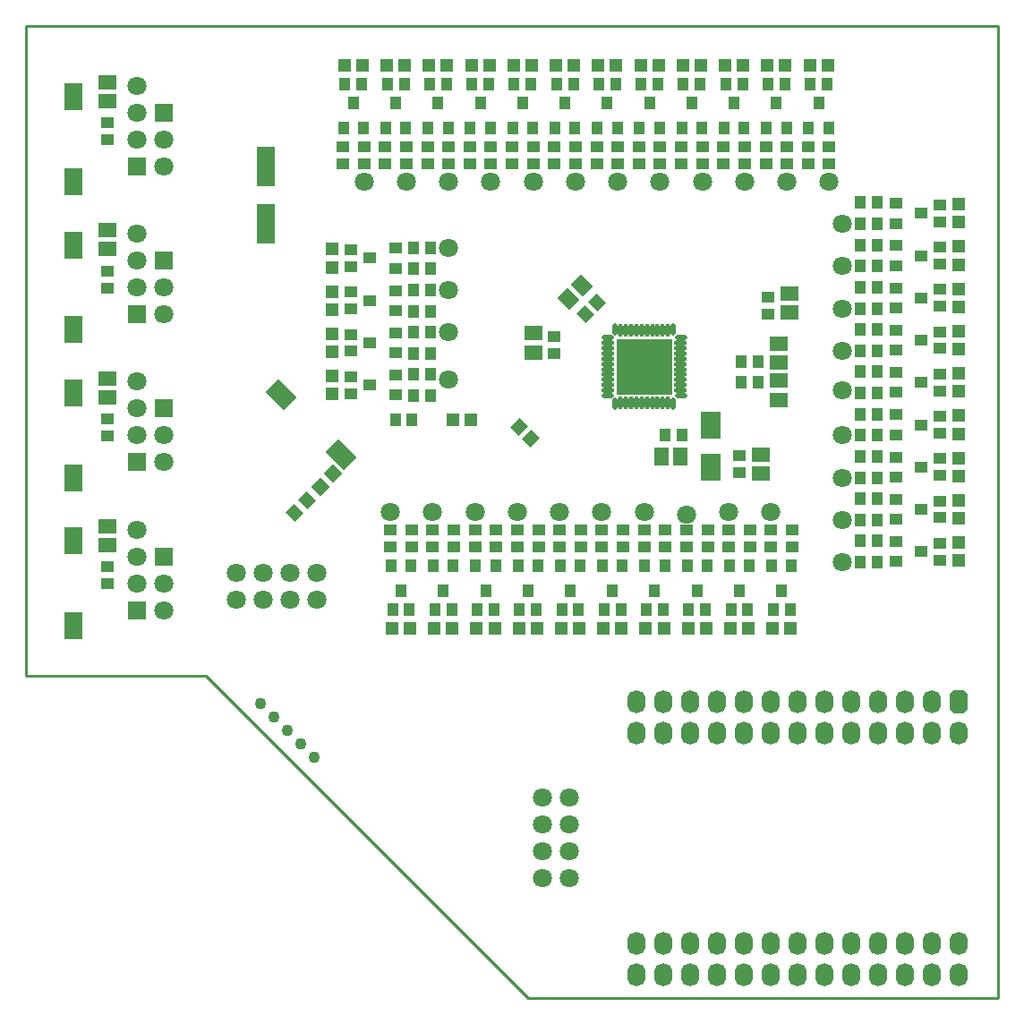
<source format=gts>
G04*
G04 #@! TF.GenerationSoftware,Altium Limited,Altium Designer,19.1.8 (144)*
G04*
G04 Layer_Color=8388736*
%FSLAX24Y24*%
%MOIN*%
G70*
G01*
G75*
%ADD11C,0.0100*%
%ADD41R,0.2088X0.2088*%
%ADD42O,0.0178X0.0454*%
%ADD43O,0.0178X0.0493*%
%ADD44O,0.0454X0.0178*%
%ADD45O,0.0493X0.0178*%
%ADD46R,0.0651X0.0533*%
%ADD47R,0.0474X0.0434*%
%ADD48R,0.0434X0.0474*%
%ADD49R,0.0474X0.0474*%
%ADD50R,0.0395X0.0474*%
%ADD51R,0.0671X0.0986*%
G04:AMPARAMS|DCode=52|XSize=47.4mil|YSize=43.4mil|CornerRadius=0mil|HoleSize=0mil|Usage=FLASHONLY|Rotation=135.000|XOffset=0mil|YOffset=0mil|HoleType=Round|Shape=Rectangle|*
%AMROTATEDRECTD52*
4,1,4,0.0321,-0.0014,0.0014,-0.0321,-0.0321,0.0014,-0.0014,0.0321,0.0321,-0.0014,0.0*
%
%ADD52ROTATEDRECTD52*%

G04:AMPARAMS|DCode=53|XSize=47.4mil|YSize=43.4mil|CornerRadius=0mil|HoleSize=0mil|Usage=FLASHONLY|Rotation=225.000|XOffset=0mil|YOffset=0mil|HoleType=Round|Shape=Rectangle|*
%AMROTATEDRECTD53*
4,1,4,0.0014,0.0321,0.0321,0.0014,-0.0014,-0.0321,-0.0321,-0.0014,0.0014,0.0321,0.0*
%
%ADD53ROTATEDRECTD53*%

%ADD54P,0.0670X4X90.0*%
G04:AMPARAMS|DCode=55|XSize=98.6mil|YSize=67.1mil|CornerRadius=0mil|HoleSize=0mil|Usage=FLASHONLY|Rotation=315.000|XOffset=0mil|YOffset=0mil|HoleType=Round|Shape=Rectangle|*
%AMROTATEDRECTD55*
4,1,4,-0.0586,0.0111,-0.0111,0.0586,0.0586,-0.0111,0.0111,-0.0586,-0.0586,0.0111,0.0*
%
%ADD55ROTATEDRECTD55*%

%ADD56R,0.0749X0.1045*%
G04:AMPARAMS|DCode=57|XSize=65.1mil|YSize=53.3mil|CornerRadius=0mil|HoleSize=0mil|Usage=FLASHONLY|Rotation=135.000|XOffset=0mil|YOffset=0mil|HoleType=Round|Shape=Rectangle|*
%AMROTATEDRECTD57*
4,1,4,0.0418,-0.0042,0.0042,-0.0418,-0.0418,0.0042,-0.0042,0.0418,0.0418,-0.0042,0.0*
%
%ADD57ROTATEDRECTD57*%

%ADD58R,0.0533X0.0651*%
%ADD59R,0.0710X0.1458*%
%ADD60R,0.0474X0.0395*%
%ADD61R,0.0474X0.0474*%
%ADD62C,0.0710*%
G04:AMPARAMS|DCode=63|XSize=67.1mil|YSize=86.7mil|CornerRadius=33.5mil|HoleSize=0mil|Usage=FLASHONLY|Rotation=0.000|XOffset=0mil|YOffset=0mil|HoleType=Round|Shape=RoundedRectangle|*
%AMROUNDEDRECTD63*
21,1,0.0671,0.0197,0,0,0.0*
21,1,0.0000,0.0867,0,0,0.0*
1,1,0.0671,0.0000,-0.0098*
1,1,0.0671,0.0000,-0.0098*
1,1,0.0671,0.0000,0.0098*
1,1,0.0671,0.0000,0.0098*
%
%ADD63ROUNDEDRECTD63*%
G04:AMPARAMS|DCode=64|XSize=67.1mil|YSize=86.7mil|CornerRadius=0mil|HoleSize=0mil|Usage=FLASHONLY|Rotation=180.000|XOffset=0mil|YOffset=0mil|HoleType=Round|Shape=Octagon|*
%AMOCTAGOND64*
4,1,8,0.0168,-0.0434,-0.0168,-0.0434,-0.0335,-0.0266,-0.0335,0.0266,-0.0168,0.0434,0.0168,0.0434,0.0335,0.0266,0.0335,-0.0266,0.0168,-0.0434,0.0*
%
%ADD64OCTAGOND64*%

%ADD65O,0.0671X0.0867*%
%ADD66R,0.0671X0.0671*%
%ADD67C,0.0430*%
D11*
X0Y36220D02*
X36220D01*
X-0Y12008D02*
X0Y36220D01*
X36220Y0D02*
X36220Y36220D01*
X-0Y12008D02*
X6705Y12008D01*
X18713Y-0D02*
X36220Y0D01*
X6705Y12008D02*
X18713Y-0D01*
D41*
X23031Y23524D02*
D03*
D42*
X21949Y24892D02*
D03*
X24114D02*
D03*
Y22156D02*
D03*
X21949D02*
D03*
D43*
X22146Y24872D02*
D03*
X22343D02*
D03*
X22539D02*
D03*
X22736D02*
D03*
X22933D02*
D03*
X23130D02*
D03*
X23327D02*
D03*
X23524D02*
D03*
X23720D02*
D03*
X23917D02*
D03*
Y22175D02*
D03*
X23720D02*
D03*
X23524D02*
D03*
X23327D02*
D03*
X23130D02*
D03*
X22933D02*
D03*
X22736D02*
D03*
X22539D02*
D03*
X22343D02*
D03*
X22146D02*
D03*
D44*
X24400Y24606D02*
D03*
Y22441D02*
D03*
X21663D02*
D03*
Y24606D02*
D03*
D45*
X24380Y24409D02*
D03*
Y24213D02*
D03*
Y24016D02*
D03*
Y23819D02*
D03*
Y23622D02*
D03*
Y23425D02*
D03*
Y23228D02*
D03*
Y23031D02*
D03*
Y22835D02*
D03*
Y22638D02*
D03*
X21683D02*
D03*
Y22835D02*
D03*
Y23031D02*
D03*
Y23228D02*
D03*
Y23425D02*
D03*
Y23622D02*
D03*
Y23819D02*
D03*
Y24016D02*
D03*
Y24213D02*
D03*
Y24409D02*
D03*
D46*
X28051Y24370D02*
D03*
Y23661D02*
D03*
X28051Y22283D02*
D03*
Y22992D02*
D03*
X18898Y24055D02*
D03*
Y24764D02*
D03*
X3051Y34114D02*
D03*
Y33406D02*
D03*
Y28602D02*
D03*
Y27894D02*
D03*
Y17579D02*
D03*
Y16870D02*
D03*
Y23091D02*
D03*
Y22382D02*
D03*
X28445Y26240D02*
D03*
Y25531D02*
D03*
X27362Y19528D02*
D03*
Y20236D02*
D03*
D47*
X19685Y24626D02*
D03*
Y23996D02*
D03*
X23819Y17441D02*
D03*
Y16811D02*
D03*
X23031Y16811D02*
D03*
Y17441D02*
D03*
X3051Y32598D02*
D03*
Y31969D02*
D03*
Y27087D02*
D03*
Y26457D02*
D03*
Y16063D02*
D03*
Y15433D02*
D03*
Y21575D02*
D03*
Y20945D02*
D03*
X26575Y20197D02*
D03*
Y19567D02*
D03*
X27657Y25472D02*
D03*
Y26102D02*
D03*
X12106Y27874D02*
D03*
Y27244D02*
D03*
Y26299D02*
D03*
Y25669D02*
D03*
Y24724D02*
D03*
Y24094D02*
D03*
Y23150D02*
D03*
Y22520D02*
D03*
X34055Y16319D02*
D03*
Y16949D02*
D03*
Y17894D02*
D03*
Y18524D02*
D03*
Y19469D02*
D03*
Y20098D02*
D03*
Y21043D02*
D03*
Y21673D02*
D03*
Y22618D02*
D03*
Y23248D02*
D03*
Y24193D02*
D03*
Y24823D02*
D03*
Y25768D02*
D03*
Y26398D02*
D03*
Y27343D02*
D03*
Y27972D02*
D03*
Y28917D02*
D03*
Y29547D02*
D03*
X13583Y16811D02*
D03*
Y17441D02*
D03*
X15157Y16811D02*
D03*
Y17441D02*
D03*
X16732Y16811D02*
D03*
Y17441D02*
D03*
X18307Y16811D02*
D03*
Y17441D02*
D03*
X19882Y16811D02*
D03*
Y17441D02*
D03*
X21457Y16811D02*
D03*
Y17441D02*
D03*
X24606Y16811D02*
D03*
Y17441D02*
D03*
X26181Y16811D02*
D03*
Y17441D02*
D03*
X27756Y16811D02*
D03*
Y17441D02*
D03*
X29921Y31713D02*
D03*
Y31083D02*
D03*
X28346Y31713D02*
D03*
Y31083D02*
D03*
X26772Y31713D02*
D03*
Y31083D02*
D03*
X25197Y31713D02*
D03*
Y31083D02*
D03*
X23622Y31713D02*
D03*
Y31083D02*
D03*
X22047Y31713D02*
D03*
Y31083D02*
D03*
X20472Y31713D02*
D03*
Y31083D02*
D03*
X18898Y31713D02*
D03*
Y31083D02*
D03*
X17323Y31713D02*
D03*
Y31083D02*
D03*
X15748Y31713D02*
D03*
Y31083D02*
D03*
X14173Y31713D02*
D03*
Y31083D02*
D03*
X12598Y31713D02*
D03*
Y31083D02*
D03*
X14370Y17441D02*
D03*
Y16811D02*
D03*
X15945Y17441D02*
D03*
Y16811D02*
D03*
X17520Y17441D02*
D03*
Y16811D02*
D03*
X19094Y17441D02*
D03*
Y16811D02*
D03*
X20669Y17441D02*
D03*
Y16811D02*
D03*
X22244Y17441D02*
D03*
Y16811D02*
D03*
X25394Y17441D02*
D03*
Y16811D02*
D03*
X26969Y17441D02*
D03*
Y16811D02*
D03*
X28543Y17441D02*
D03*
Y16811D02*
D03*
X29134Y31083D02*
D03*
Y31713D02*
D03*
X27559Y31083D02*
D03*
Y31713D02*
D03*
X25984Y31083D02*
D03*
Y31713D02*
D03*
X24409Y31083D02*
D03*
Y31713D02*
D03*
X22835Y31083D02*
D03*
Y31713D02*
D03*
X21260Y31083D02*
D03*
Y31713D02*
D03*
X19685Y31083D02*
D03*
Y31713D02*
D03*
X18110Y31083D02*
D03*
Y31713D02*
D03*
X16535Y31083D02*
D03*
Y31713D02*
D03*
X14961Y31083D02*
D03*
Y31713D02*
D03*
X13386Y31083D02*
D03*
Y31713D02*
D03*
X11811Y31083D02*
D03*
Y31713D02*
D03*
D48*
X27283Y23720D02*
D03*
X26654D02*
D03*
X27283Y22933D02*
D03*
X26654Y22933D02*
D03*
X23110Y14469D02*
D03*
X23740D02*
D03*
X13760Y21555D02*
D03*
X14390D02*
D03*
X23799Y20965D02*
D03*
X24429D02*
D03*
X13661Y14469D02*
D03*
X14291D02*
D03*
X15236D02*
D03*
X15866D02*
D03*
X16811D02*
D03*
X17441D02*
D03*
X18386D02*
D03*
X19016D02*
D03*
X19961D02*
D03*
X20591D02*
D03*
X21535D02*
D03*
X22165D02*
D03*
X24685D02*
D03*
X25315D02*
D03*
X26260D02*
D03*
X26890D02*
D03*
X27835D02*
D03*
X28465D02*
D03*
X29843Y34055D02*
D03*
X29213D02*
D03*
X28268D02*
D03*
X27638D02*
D03*
X26693D02*
D03*
X26063D02*
D03*
X25118D02*
D03*
X24488D02*
D03*
X23543D02*
D03*
X22913D02*
D03*
X21969D02*
D03*
X21339D02*
D03*
X20394D02*
D03*
X19764D02*
D03*
X18819D02*
D03*
X18189D02*
D03*
X17244D02*
D03*
X16614D02*
D03*
X15669D02*
D03*
X15039D02*
D03*
X14094D02*
D03*
X13465D02*
D03*
X12520D02*
D03*
X11890D02*
D03*
X14449Y27953D02*
D03*
X15079D02*
D03*
X14449Y26378D02*
D03*
X15079D02*
D03*
X14449Y24803D02*
D03*
X15079D02*
D03*
X14449Y23228D02*
D03*
X15079D02*
D03*
X31713Y16240D02*
D03*
X31083D02*
D03*
X31713Y17815D02*
D03*
X31083D02*
D03*
X31713Y19390D02*
D03*
X31083D02*
D03*
X31713Y20965D02*
D03*
X31083D02*
D03*
X31713Y22539D02*
D03*
X31083D02*
D03*
X31713Y24114D02*
D03*
X31083D02*
D03*
X31713Y25689D02*
D03*
X31083D02*
D03*
X31713Y27264D02*
D03*
X31083D02*
D03*
X31713Y28839D02*
D03*
X31083D02*
D03*
X15079Y27165D02*
D03*
X14449D02*
D03*
X15079Y25591D02*
D03*
X14449D02*
D03*
X15079Y24016D02*
D03*
X14449D02*
D03*
X15079Y22441D02*
D03*
X14449D02*
D03*
X31083Y17028D02*
D03*
X31713D02*
D03*
X31083Y18602D02*
D03*
X31713D02*
D03*
X31083Y20177D02*
D03*
X31713D02*
D03*
X31083Y21752D02*
D03*
X31713D02*
D03*
X31083Y23327D02*
D03*
X31713D02*
D03*
X31083Y24902D02*
D03*
X31713D02*
D03*
X31083Y26476D02*
D03*
X31713D02*
D03*
X31083Y28051D02*
D03*
X31713D02*
D03*
X31083Y29626D02*
D03*
X31713D02*
D03*
D49*
X23091Y13780D02*
D03*
X23760D02*
D03*
X16575Y21555D02*
D03*
X15905D02*
D03*
X13642Y13780D02*
D03*
X14311D02*
D03*
X15217D02*
D03*
X15886D02*
D03*
X16791D02*
D03*
X17461D02*
D03*
X18366D02*
D03*
X19035D02*
D03*
X19941D02*
D03*
X20610D02*
D03*
X21516D02*
D03*
X22185D02*
D03*
X24665D02*
D03*
X25335D02*
D03*
X26240D02*
D03*
X26909D02*
D03*
X27815D02*
D03*
X28484D02*
D03*
X29862Y34744D02*
D03*
X29193D02*
D03*
X28287D02*
D03*
X27618D02*
D03*
X26713D02*
D03*
X26043D02*
D03*
X25138D02*
D03*
X24468D02*
D03*
X23563D02*
D03*
X22894D02*
D03*
X21988D02*
D03*
X21319D02*
D03*
X20413D02*
D03*
X19744D02*
D03*
X18839D02*
D03*
X18169D02*
D03*
X17264D02*
D03*
X16594D02*
D03*
X15689D02*
D03*
X15020D02*
D03*
X14114D02*
D03*
X13445D02*
D03*
X12539D02*
D03*
X11870D02*
D03*
D50*
X23799Y16122D02*
D03*
X23051D02*
D03*
X23425Y15177D02*
D03*
X14350Y16122D02*
D03*
X13602D02*
D03*
X13976Y15177D02*
D03*
X15925Y16122D02*
D03*
X15177D02*
D03*
X15551Y15177D02*
D03*
X17500Y16122D02*
D03*
X16752D02*
D03*
X17126Y15177D02*
D03*
X19075Y16122D02*
D03*
X18327D02*
D03*
X18701Y15177D02*
D03*
X20650Y16122D02*
D03*
X19902D02*
D03*
X20276Y15177D02*
D03*
X22224Y16122D02*
D03*
X21476D02*
D03*
X21850Y15177D02*
D03*
X25374Y16122D02*
D03*
X24626D02*
D03*
X25000Y15177D02*
D03*
X26949Y16122D02*
D03*
X26201D02*
D03*
X26575Y15177D02*
D03*
X28524Y16122D02*
D03*
X27776D02*
D03*
X28150Y15177D02*
D03*
X29154Y32402D02*
D03*
X29902D02*
D03*
X29528Y33346D02*
D03*
X27579Y32402D02*
D03*
X28327D02*
D03*
X27953Y33346D02*
D03*
X26004Y32402D02*
D03*
X26752D02*
D03*
X26378Y33346D02*
D03*
X24429Y32402D02*
D03*
X25177D02*
D03*
X24803Y33346D02*
D03*
X22854Y32402D02*
D03*
X23602D02*
D03*
X23228Y33346D02*
D03*
X21280Y32402D02*
D03*
X22028D02*
D03*
X21654Y33346D02*
D03*
X19705Y32402D02*
D03*
X20453D02*
D03*
X20079Y33346D02*
D03*
X18130Y32402D02*
D03*
X18878D02*
D03*
X18504Y33346D02*
D03*
X16555Y32402D02*
D03*
X17303D02*
D03*
X16929Y33346D02*
D03*
X14980Y32402D02*
D03*
X15728D02*
D03*
X15354Y33346D02*
D03*
X13406Y32402D02*
D03*
X14154D02*
D03*
X13780Y33346D02*
D03*
X11831Y32402D02*
D03*
X12579D02*
D03*
X12205Y33346D02*
D03*
D51*
X1772Y30413D02*
D03*
Y33563D02*
D03*
Y24902D02*
D03*
Y28051D02*
D03*
Y13878D02*
D03*
Y17028D02*
D03*
Y19390D02*
D03*
Y22539D02*
D03*
D52*
X10014Y18084D02*
D03*
X10459Y18530D02*
D03*
X20840Y25466D02*
D03*
X21286Y25912D02*
D03*
D53*
X18825Y20840D02*
D03*
X18380Y21286D02*
D03*
D54*
X11457Y19528D02*
D03*
X10984Y19055D02*
D03*
D55*
X9516Y22472D02*
D03*
X11743Y20245D02*
D03*
D56*
X25492Y19783D02*
D03*
Y21358D02*
D03*
D57*
X20723Y26530D02*
D03*
X20222Y26029D02*
D03*
D58*
X24370Y20177D02*
D03*
X23661D02*
D03*
D59*
X8957Y28858D02*
D03*
Y30984D02*
D03*
D60*
X13760Y27185D02*
D03*
Y27933D02*
D03*
X12815Y27559D02*
D03*
X13760Y25610D02*
D03*
Y26358D02*
D03*
X12815Y25984D02*
D03*
X13760Y24035D02*
D03*
Y24783D02*
D03*
X12815Y24409D02*
D03*
X13760Y22461D02*
D03*
Y23209D02*
D03*
X12815Y22835D02*
D03*
X32402Y17008D02*
D03*
Y16260D02*
D03*
X33346Y16634D02*
D03*
X32402Y18583D02*
D03*
Y17835D02*
D03*
X33346Y18209D02*
D03*
X32402Y20157D02*
D03*
Y19409D02*
D03*
X33346Y19783D02*
D03*
X32402Y21732D02*
D03*
Y20984D02*
D03*
X33346Y21358D02*
D03*
X32402Y23307D02*
D03*
Y22559D02*
D03*
X33346Y22933D02*
D03*
X32402Y24882D02*
D03*
Y24134D02*
D03*
X33346Y24508D02*
D03*
X32402Y26457D02*
D03*
Y25709D02*
D03*
X33346Y26083D02*
D03*
X32402Y28031D02*
D03*
Y27283D02*
D03*
X33346Y27657D02*
D03*
X32402Y29606D02*
D03*
Y28858D02*
D03*
X33346Y29232D02*
D03*
D61*
X11417Y27894D02*
D03*
Y27224D02*
D03*
Y26319D02*
D03*
Y25650D02*
D03*
Y24744D02*
D03*
Y24075D02*
D03*
Y23169D02*
D03*
Y22500D02*
D03*
X34744Y16299D02*
D03*
Y16969D02*
D03*
Y17874D02*
D03*
Y18543D02*
D03*
Y19449D02*
D03*
Y20118D02*
D03*
Y21024D02*
D03*
Y21693D02*
D03*
Y22598D02*
D03*
Y23268D02*
D03*
Y24173D02*
D03*
Y24843D02*
D03*
Y25748D02*
D03*
Y26417D02*
D03*
Y27323D02*
D03*
Y27992D02*
D03*
Y28898D02*
D03*
Y29567D02*
D03*
D62*
X19250Y5463D02*
D03*
X8850Y14850D02*
D03*
X4134Y28476D02*
D03*
X23031Y18110D02*
D03*
X4134Y32988D02*
D03*
Y31988D02*
D03*
Y27476D02*
D03*
Y26476D02*
D03*
Y16453D02*
D03*
Y15453D02*
D03*
Y21965D02*
D03*
Y20965D02*
D03*
X5134Y30988D02*
D03*
Y31988D02*
D03*
Y25476D02*
D03*
Y26476D02*
D03*
Y14453D02*
D03*
Y15453D02*
D03*
Y19965D02*
D03*
Y20965D02*
D03*
X4134Y33988D02*
D03*
Y17453D02*
D03*
Y22965D02*
D03*
X9850Y14850D02*
D03*
X20250Y6463D02*
D03*
Y7463D02*
D03*
X10850Y14850D02*
D03*
X19250Y6463D02*
D03*
X9850Y15850D02*
D03*
X19250Y7463D02*
D03*
X10850Y15850D02*
D03*
X8850D02*
D03*
X20250Y5463D02*
D03*
X7850Y14850D02*
D03*
X20250Y4463D02*
D03*
X19250D02*
D03*
X7850Y15850D02*
D03*
X15748Y27953D02*
D03*
Y26378D02*
D03*
Y24803D02*
D03*
X15748Y23031D02*
D03*
X13583Y18110D02*
D03*
X15157D02*
D03*
X16732D02*
D03*
X18307D02*
D03*
X19882D02*
D03*
X21457D02*
D03*
X24606Y18012D02*
D03*
X26181Y18110D02*
D03*
X27756D02*
D03*
X30413Y16240D02*
D03*
Y17815D02*
D03*
Y19390D02*
D03*
Y20965D02*
D03*
X30413Y22638D02*
D03*
X30413Y24114D02*
D03*
Y25689D02*
D03*
Y27264D02*
D03*
Y28839D02*
D03*
X29921Y30413D02*
D03*
X28346D02*
D03*
X26772D02*
D03*
X25197D02*
D03*
X23622D02*
D03*
X22047D02*
D03*
X20472D02*
D03*
X18898D02*
D03*
X17323D02*
D03*
X15748D02*
D03*
X14173D02*
D03*
X12598D02*
D03*
D63*
X22750Y884D02*
D03*
Y2041D02*
D03*
X23750Y884D02*
D03*
Y2041D02*
D03*
X24750Y884D02*
D03*
Y2041D02*
D03*
X25750Y884D02*
D03*
Y2041D02*
D03*
X26750Y884D02*
D03*
Y2041D02*
D03*
X27750Y884D02*
D03*
Y2041D02*
D03*
X28750Y884D02*
D03*
Y2041D02*
D03*
X29750Y884D02*
D03*
Y2041D02*
D03*
X30750Y884D02*
D03*
Y2041D02*
D03*
X31750Y884D02*
D03*
Y2041D02*
D03*
X32750Y884D02*
D03*
Y2041D02*
D03*
X33750Y884D02*
D03*
Y2041D02*
D03*
X34750Y884D02*
D03*
Y2041D02*
D03*
X22750Y9884D02*
D03*
Y11041D02*
D03*
X23750Y9884D02*
D03*
Y11041D02*
D03*
X24750Y9884D02*
D03*
Y11041D02*
D03*
X25750Y9884D02*
D03*
Y11041D02*
D03*
X26750Y9884D02*
D03*
Y11041D02*
D03*
X27750Y9884D02*
D03*
Y11041D02*
D03*
X28750Y9884D02*
D03*
Y11041D02*
D03*
X29750Y9884D02*
D03*
Y11041D02*
D03*
X30750Y9884D02*
D03*
Y11041D02*
D03*
X31750Y9884D02*
D03*
Y11041D02*
D03*
X32750Y9884D02*
D03*
Y11041D02*
D03*
D64*
X34750D02*
D03*
D65*
Y9884D02*
D03*
X33750Y11041D02*
D03*
Y9884D02*
D03*
D66*
X4134Y30988D02*
D03*
Y25476D02*
D03*
Y14453D02*
D03*
Y19965D02*
D03*
X5134Y32988D02*
D03*
Y27476D02*
D03*
Y16453D02*
D03*
Y21965D02*
D03*
D67*
X10750Y8963D02*
D03*
X10250Y9463D02*
D03*
X9250Y10463D02*
D03*
X9750Y9963D02*
D03*
X8750Y10963D02*
D03*
M02*

</source>
